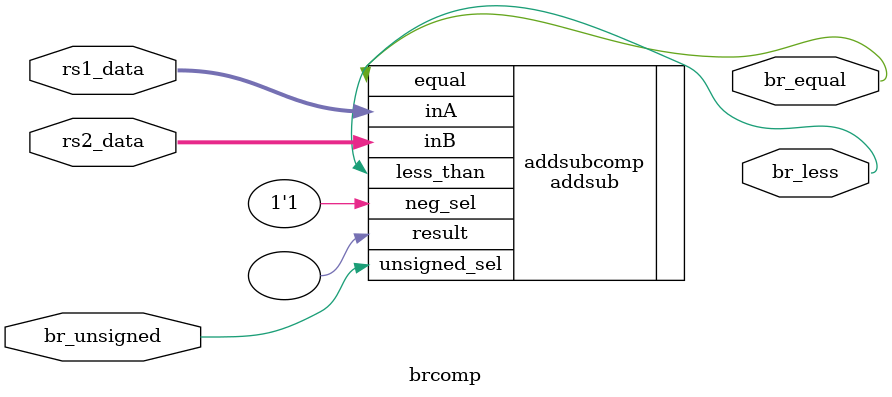
<source format=sv>


// //Comparator module
// module regcomp (
//   input  logic [31:0] rs1_data, rs2_data,
//   output logic        out_less, out_equal
// );

//   logic [32:0] less, equal;

//   assign less[32]  = 0;
//   assign equal[32] = 1;
//   assign out_less  = less[0];
//   assign out_equal = equal[0];

//   genvar i;
//   generate
//     for (i=0; i<32; i=i+1) begin:bit_comp
//       bitcomp 	bit_comparator	(less[i+1], equal[i+1], rs1_data[i], rs2_data[i], less[i], equal[i]);
//     end
//   endgenerate

// endmodule
// //Top-level module
// module brcomp (
//   input  logic [31:0] rs1_data, rs2_data,
//   input  logic        br_unsigned,
//   output logic        br_less, br_equal
// );

//   logic [ 1:0] less_ctrl;
//   logic        out_less ;
//   logic [31:0] data_r1, data_r2;

// // Condition when rs1 pos and rs2 neg
//   assign less_ctrl[0] = rs1_data[31] & (~rs2_data[31]) & (~br_unsigned);
// // Condition when rs1 neg and rs2 neg
//   assign less_ctrl[1] = rs1_data[31] & rs2_data[31] & (~br_unsigned);
//   assign br_less      = (((less_ctrl[1]&(~br_equal))? 	~out_less:out_less)|less_ctrl[0])&(~(~rs1_data[31] & rs2_data[31]& (~br_unsigned))); // out_less is negitated when compare two neg value
// //Convert 2's comp to absolute value
//   assign data_r1 = rs1_data[31] & (~br_unsigned)? ~rs1_data+1: rs1_data;
//   assign data_r2 = rs2_data[31] & (~br_unsigned)? ~rs2_data+1: rs2_data;

// //Comparator module 32 bit
//   regcomp comparator (data_r1,data_r2,out_less,br_equal);
// endmodule

// BrComp using sub
module brcomp (
  input  logic [31:0] rs1_data, rs2_data,
  input  logic        br_unsigned,
  output logic        br_less, br_equal
);

  addsub addsubcomp (
    .inA         (rs1_data   ),
    .inB         (rs2_data   ),
    .neg_sel     (1'b1       ),
    .unsigned_sel(br_unsigned),
    .result      (           ),
    .less_than   (br_less    ),
    .equal       (br_equal   )
  );

endmodule

</source>
